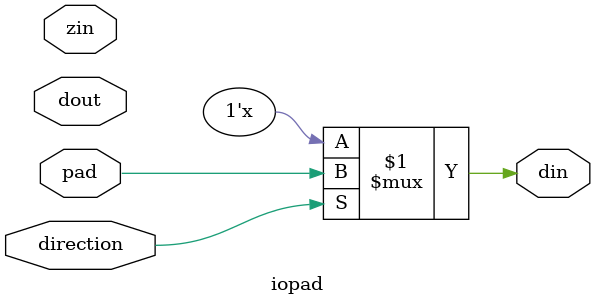
<source format=v>
module iopad(
input zin, // Set output to be Z
inout pad, // bi-directional pad
output din, // Data input
input dout, // Data output
input direction // enable signal to control direction of iopad
);
  //----- when EN enabled, the direction is input
  assign din = direction ? pad : 1'bz;
  assign dout = direction ? 1'bz : pad;
endmodule

</source>
